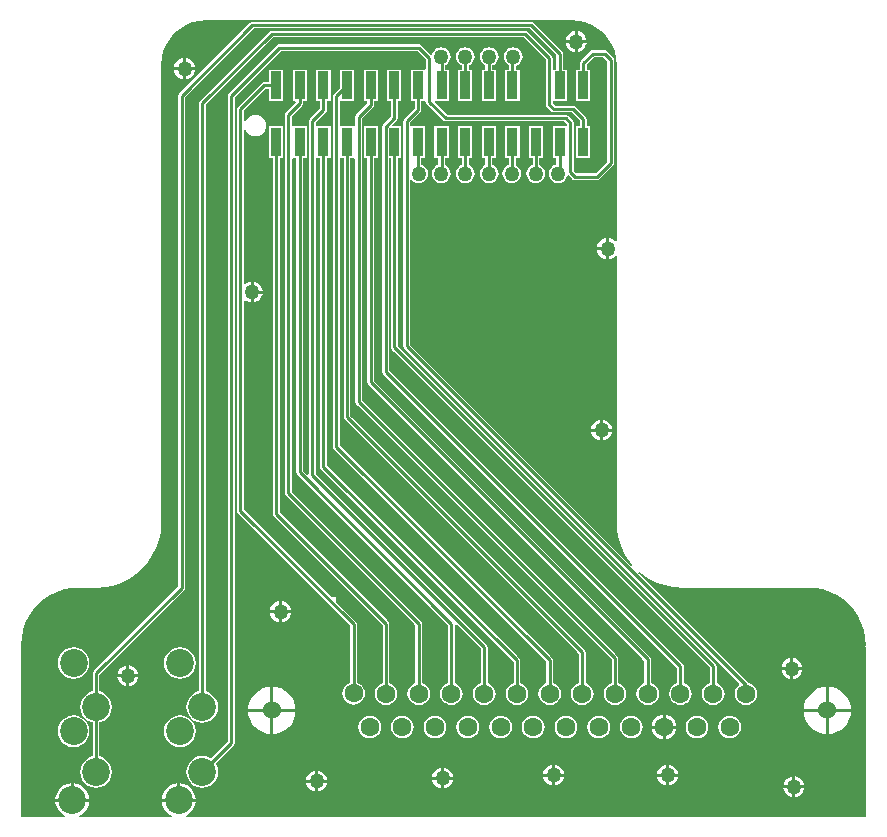
<source format=gbl>
G04 Layer_Physical_Order=2*
G04 Layer_Color=16711680*
%FSAX24Y24*%
%MOIN*%
G70*
G01*
G75*
%ADD10C,0.0100*%
%ADD11C,0.0630*%
%ADD12C,0.0600*%
%ADD13C,0.0929*%
%ADD14C,0.0500*%
%ADD15R,0.0354X0.0925*%
%ADD16R,0.0680X0.1400*%
G36*
X030573Y035920D02*
X030804Y035865D01*
X031024Y035774D01*
X031226Y035650D01*
X031407Y035496D01*
X031561Y035315D01*
X031685Y035113D01*
X031776Y034893D01*
X031831Y034663D01*
X031849Y034432D01*
X031848Y034426D01*
Y028576D01*
X031800Y028560D01*
X031793Y028570D01*
X031720Y028626D01*
X031635Y028661D01*
X031593Y028667D01*
Y028320D01*
Y027974D01*
X031635Y027979D01*
X031720Y028014D01*
X031793Y028070D01*
X031800Y028080D01*
X031848Y028064D01*
Y019262D01*
X031848Y019212D01*
X031845Y019174D01*
X031846Y019162D01*
X031863Y018893D01*
X031918Y018617D01*
X032009Y018351D01*
X032133Y018099D01*
X032290Y017865D01*
X032372Y017771D01*
X032335Y017736D01*
X024955Y025117D01*
Y030604D01*
X025005Y030621D01*
X025022Y030599D01*
X025087Y030549D01*
X025162Y030518D01*
X025243Y030507D01*
X025324Y030518D01*
X025399Y030549D01*
X025464Y030599D01*
X025514Y030664D01*
X025545Y030739D01*
X025556Y030820D01*
X025545Y030901D01*
X025514Y030976D01*
X025464Y031041D01*
X025399Y031091D01*
X025330Y031120D01*
Y031349D01*
X025455D01*
Y032395D01*
X024981D01*
X024955Y032434D01*
Y032524D01*
X025297Y032866D01*
X025297Y032866D01*
X025322Y032902D01*
X025330Y032945D01*
X025330Y032945D01*
Y033239D01*
X025438Y033239D01*
X025464Y033227D01*
X025485Y033201D01*
X025490Y033177D01*
X025514Y033141D01*
X026064Y032591D01*
X026064Y032591D01*
X026100Y032566D01*
X026143Y032558D01*
X030097D01*
X030181Y032474D01*
Y032444D01*
X030180Y032395D01*
X029705D01*
Y031349D01*
X029830D01*
Y031124D01*
X029812Y031122D01*
X029737Y031091D01*
X029672Y031041D01*
X029622Y030976D01*
X029591Y030901D01*
X029580Y030820D01*
X029591Y030739D01*
X029622Y030664D01*
X029672Y030599D01*
X029737Y030549D01*
X029812Y030518D01*
X029893Y030507D01*
X029974Y030518D01*
X030050Y030549D01*
X030114Y030599D01*
X030164Y030664D01*
X030195Y030739D01*
X030248Y030757D01*
X030364Y030641D01*
X030400Y030616D01*
X030443Y030608D01*
X030443Y030608D01*
X031193D01*
X031193Y030608D01*
X031236Y030616D01*
X031272Y030641D01*
X031722Y031091D01*
X031722Y031091D01*
X031747Y031127D01*
X031755Y031170D01*
X031755Y031170D01*
Y034620D01*
X031755Y034620D01*
X031747Y034663D01*
X031722Y034699D01*
X031722Y034699D01*
X031522Y034899D01*
X031486Y034924D01*
X031443Y034932D01*
X031443Y034932D01*
X031043D01*
X031043Y034932D01*
X031000Y034924D01*
X030964Y034899D01*
X030964Y034899D01*
X030650Y034586D01*
X030626Y034550D01*
X030618Y034507D01*
X030618Y034507D01*
Y034284D01*
X030493D01*
Y033239D01*
X030967D01*
Y034284D01*
X030842D01*
Y034460D01*
X031090Y034708D01*
X031397D01*
X031531Y034574D01*
Y031217D01*
X031147Y030832D01*
X030490D01*
X030405Y030917D01*
Y032520D01*
X030405Y032520D01*
X030397Y032563D01*
X030372Y032599D01*
X030222Y032749D01*
X030186Y032774D01*
X030143Y032782D01*
X030143Y032782D01*
X026190D01*
X025783Y033189D01*
X025803Y033239D01*
X026243D01*
Y034284D01*
X026118D01*
Y034436D01*
X026149Y034449D01*
X026214Y034499D01*
X026264Y034564D01*
X026295Y034639D01*
X026306Y034720D01*
X026295Y034801D01*
X026264Y034876D01*
X026214Y034941D01*
X026149Y034991D01*
X026074Y035022D01*
X025993Y035033D01*
X025912Y035022D01*
X025837Y034991D01*
X025772Y034941D01*
X025722Y034876D01*
X025691Y034801D01*
X025638Y034783D01*
X025322Y035099D01*
X025286Y035124D01*
X025243Y035132D01*
X025243Y035132D01*
X020593D01*
X020593Y035132D01*
X020550Y035124D01*
X020514Y035099D01*
X020514Y035099D01*
X018914Y033499D01*
X018890Y033463D01*
X018881Y033420D01*
X018881Y033420D01*
Y011890D01*
X018315Y011323D01*
X018295Y011338D01*
X018167Y011391D01*
X018030Y011409D01*
X017893Y011391D01*
X017766Y011338D01*
X017656Y011254D01*
X017572Y011145D01*
X017519Y011017D01*
X017501Y010880D01*
X017519Y010743D01*
X017572Y010616D01*
X017656Y010506D01*
X017766Y010422D01*
X017893Y010369D01*
X018030Y010351D01*
X018167Y010369D01*
X018295Y010422D01*
X018404Y010506D01*
X018488Y010616D01*
X018541Y010743D01*
X018559Y010880D01*
X018541Y011017D01*
X018488Y011145D01*
X018473Y011165D01*
X019072Y011764D01*
X019072Y011764D01*
X019097Y011800D01*
X019105Y011843D01*
X019105Y011843D01*
Y033374D01*
X020640Y034908D01*
X025197D01*
X025481Y034624D01*
Y034324D01*
X025455Y034284D01*
X025431Y034284D01*
X024981D01*
Y033239D01*
X025106D01*
Y032991D01*
X024764Y032649D01*
X024740Y032613D01*
X024731Y032570D01*
X024731Y032570D01*
Y025070D01*
X024731Y025070D01*
X024740Y025027D01*
X024764Y024991D01*
X035923Y013831D01*
X035920Y013781D01*
X035884Y013754D01*
X035824Y013675D01*
X035786Y013584D01*
X035773Y013486D01*
X035786Y013388D01*
X035824Y013297D01*
X035884Y013219D01*
X035962Y013159D01*
X036054Y013121D01*
X036152Y013108D01*
X036249Y013121D01*
X036341Y013159D01*
X036419Y013219D01*
X036479Y013297D01*
X036517Y013388D01*
X036530Y013486D01*
X036517Y013584D01*
X036479Y013675D01*
X036419Y013754D01*
X036341Y013814D01*
X036249Y013852D01*
X036216Y013856D01*
X032558Y017514D01*
X032593Y017550D01*
X032687Y017468D01*
X032921Y017311D01*
X033173Y017187D01*
X033439Y017096D01*
X033715Y017041D01*
X033918Y017028D01*
X033960Y017020D01*
X038247D01*
X038248Y017019D01*
X038248Y017019D01*
X038248Y017019D01*
X038465Y017005D01*
X038712Y016956D01*
X038951Y016875D01*
X039177Y016763D01*
X039386Y016624D01*
X039575Y016457D01*
X039742Y016268D01*
X039881Y016059D01*
X039993Y015833D01*
X040074Y015594D01*
X040123Y015347D01*
X040138Y015112D01*
X040137Y015062D01*
X040140Y015041D01*
X040143Y015012D01*
Y009370D01*
X017484D01*
X017474Y009420D01*
X017527Y009442D01*
X017645Y009533D01*
X017736Y009651D01*
X017793Y009788D01*
X017806Y009885D01*
X017243D01*
Y009935D01*
D01*
Y009885D01*
X016680D01*
X016693Y009788D01*
X016750Y009651D01*
X016840Y009533D01*
X016958Y009442D01*
X017011Y009420D01*
X017001Y009370D01*
X013941D01*
X013931Y009420D01*
X013984Y009442D01*
X014102Y009533D01*
X014193Y009651D01*
X014249Y009788D01*
X014262Y009885D01*
X013699D01*
X013137D01*
X013149Y009788D01*
X013206Y009651D01*
X013297Y009533D01*
X013415Y009442D01*
X013468Y009420D01*
X013458Y009370D01*
X011992D01*
Y015013D01*
X011993Y015062D01*
X011993Y015062D01*
D01*
X011992Y015112D01*
Y015120D01*
X012007Y015347D01*
X012056Y015594D01*
X012137Y015833D01*
X012249Y016059D01*
X012388Y016268D01*
X012554Y016457D01*
X012744Y016624D01*
X012953Y016763D01*
X013179Y016875D01*
X013418Y016956D01*
X013665Y017005D01*
X013877Y017019D01*
X013882Y017018D01*
X014418D01*
X014468Y017018D01*
X014506Y017015D01*
X014518Y017016D01*
X014787Y017033D01*
X015063Y017088D01*
X015329Y017179D01*
X015581Y017303D01*
X015815Y017460D01*
X016027Y017645D01*
X016212Y017857D01*
X016369Y018091D01*
X016493Y018343D01*
X016584Y018609D01*
X016638Y018885D01*
X016652Y019084D01*
X016654Y019087D01*
X016662Y019130D01*
Y034428D01*
X016661Y034435D01*
X016679Y034664D01*
X016734Y034895D01*
X016825Y035114D01*
X016949Y035316D01*
X017103Y035496D01*
X017283Y035650D01*
X017485Y035774D01*
X017704Y035865D01*
X017935Y035920D01*
X018165Y035938D01*
X018171Y035937D01*
X030337D01*
X030343Y035938D01*
X030573Y035920D01*
D02*
G37*
%LPC*%
G36*
X028993Y035882D02*
X028993Y035882D01*
X019693D01*
X019693Y035882D01*
X019650Y035874D01*
X019614Y035849D01*
X019614Y035849D01*
X017264Y033499D01*
X017240Y033463D01*
X017231Y033420D01*
X017231Y033420D01*
Y017067D01*
X014408Y014243D01*
X014383Y014207D01*
X014375Y014164D01*
X014375Y014164D01*
Y013560D01*
X014350Y013557D01*
X014222Y013504D01*
X014113Y013420D01*
X014029Y013310D01*
X013976Y013183D01*
X013958Y013046D01*
X013976Y012909D01*
X014029Y012781D01*
X014113Y012671D01*
X014222Y012587D01*
X014350Y012535D01*
X014375Y012531D01*
Y011395D01*
X014350Y011391D01*
X014222Y011338D01*
X014113Y011254D01*
X014029Y011145D01*
X013976Y011017D01*
X013958Y010880D01*
X013976Y010743D01*
X014029Y010616D01*
X014113Y010506D01*
X014222Y010422D01*
X014350Y010369D01*
X014487Y010351D01*
X014624Y010369D01*
X014751Y010422D01*
X014861Y010506D01*
X014945Y010616D01*
X014998Y010743D01*
X015016Y010880D01*
X014998Y011017D01*
X014945Y011145D01*
X014861Y011254D01*
X014751Y011338D01*
X014624Y011391D01*
X014599Y011395D01*
Y012531D01*
X014624Y012535D01*
X014751Y012587D01*
X014861Y012671D01*
X014945Y012781D01*
X014998Y012909D01*
X015016Y013046D01*
X014998Y013183D01*
X014945Y013310D01*
X014861Y013420D01*
X014751Y013504D01*
X014624Y013557D01*
X014599Y013560D01*
Y014117D01*
X017422Y016941D01*
X017422Y016941D01*
X017447Y016977D01*
X017455Y017020D01*
Y033374D01*
X019740Y035658D01*
X028947D01*
X029830Y034774D01*
Y034284D01*
X029705D01*
Y034670D01*
X029705Y034670D01*
X029697Y034713D01*
X029672Y034749D01*
X029672Y034749D01*
X028872Y035549D01*
X028836Y035574D01*
X028793Y035582D01*
X028793Y035582D01*
X020343D01*
X020343Y035582D01*
X020300Y035574D01*
X020264Y035549D01*
X017951Y033236D01*
X017927Y033200D01*
X017918Y033157D01*
X017918Y033157D01*
Y013560D01*
X017893Y013557D01*
X017766Y013504D01*
X017656Y013420D01*
X017572Y013310D01*
X017519Y013183D01*
X017501Y013046D01*
X017519Y012909D01*
X017572Y012781D01*
X017656Y012671D01*
X017766Y012587D01*
X017893Y012535D01*
X018030Y012516D01*
X018167Y012535D01*
X018295Y012587D01*
X018404Y012671D01*
X018488Y012781D01*
X018541Y012909D01*
X018559Y013046D01*
X018541Y013183D01*
X018488Y013310D01*
X018404Y013420D01*
X018295Y013504D01*
X018167Y013557D01*
X018142Y013560D01*
Y033111D01*
X020390Y035358D01*
X028747D01*
X029481Y034624D01*
Y034423D01*
X029431Y034389D01*
X028878D01*
X028832Y034370D01*
X028813Y034324D01*
Y033170D01*
X028832Y033124D01*
X028878Y033105D01*
X029431D01*
X029433Y033106D01*
X029490Y033077D01*
X029514Y033041D01*
X029664Y032891D01*
X029700Y032866D01*
X029743Y032858D01*
X029743Y032858D01*
X030347D01*
X030618Y032587D01*
Y032395D01*
X030493D01*
Y031349D01*
X030967D01*
Y032395D01*
X030842D01*
Y032633D01*
X030842Y032633D01*
X030833Y032676D01*
X030809Y032713D01*
X030809Y032713D01*
X030472Y033049D01*
X030436Y033074D01*
X030393Y033082D01*
X030393Y033082D01*
X029790D01*
X029705Y033167D01*
Y033239D01*
X030180D01*
Y034284D01*
X030055D01*
Y034821D01*
X030055Y034821D01*
X030046Y034864D01*
X030022Y034900D01*
X030022Y034900D01*
X029072Y035849D01*
X029036Y035874D01*
X028993Y035882D01*
D02*
G37*
G36*
X030543Y035567D02*
Y035270D01*
X030840D01*
X030834Y035311D01*
X030799Y035397D01*
X030743Y035470D01*
X030670Y035526D01*
X030585Y035561D01*
X030543Y035567D01*
D02*
G37*
G36*
X030443D02*
X030402Y035561D01*
X030317Y035526D01*
X030244Y035470D01*
X030187Y035397D01*
X030152Y035311D01*
X030147Y035270D01*
X030443D01*
Y035567D01*
D02*
G37*
G36*
X030840Y035170D02*
X030543D01*
Y034874D01*
X030585Y034879D01*
X030670Y034914D01*
X030743Y034970D01*
X030799Y035044D01*
X030834Y035129D01*
X030840Y035170D01*
D02*
G37*
G36*
X030443D02*
X030147D01*
X030152Y035129D01*
X030187Y035044D01*
X030244Y034970D01*
X030317Y034914D01*
X030402Y034879D01*
X030443Y034874D01*
Y035170D01*
D02*
G37*
G36*
X017493Y034667D02*
Y034370D01*
X017790D01*
X017784Y034411D01*
X017749Y034497D01*
X017693Y034570D01*
X017620Y034626D01*
X017535Y034661D01*
X017493Y034667D01*
D02*
G37*
G36*
X017393D02*
X017352Y034661D01*
X017267Y034626D01*
X017194Y034570D01*
X017137Y034497D01*
X017102Y034411D01*
X017097Y034370D01*
X017393D01*
Y034667D01*
D02*
G37*
G36*
X017790Y034270D02*
X017493D01*
Y033974D01*
X017535Y033979D01*
X017620Y034014D01*
X017693Y034070D01*
X017749Y034144D01*
X017784Y034229D01*
X017790Y034270D01*
D02*
G37*
G36*
X017393D02*
X017097D01*
X017102Y034229D01*
X017137Y034144D01*
X017194Y034070D01*
X017267Y034014D01*
X017352Y033979D01*
X017393Y033974D01*
Y034270D01*
D02*
G37*
G36*
X020731Y034284D02*
X020256D01*
Y033874D01*
X020095D01*
X020095Y033874D01*
X020052Y033865D01*
X020016Y033841D01*
X019224Y033049D01*
X019200Y033013D01*
X019191Y032970D01*
X019191Y032970D01*
Y019577D01*
X019191Y019577D01*
X019200Y019534D01*
X019224Y019498D01*
X022961Y015761D01*
Y013850D01*
X022884Y013818D01*
X022805Y013758D01*
X022745Y013679D01*
X022708Y013588D01*
X022695Y013490D01*
X022708Y013392D01*
X022745Y013301D01*
X022805Y013223D01*
X022884Y013163D01*
X022975Y013125D01*
X023073Y013112D01*
X023171Y013125D01*
X023262Y013163D01*
X023340Y013223D01*
X023400Y013301D01*
X023438Y013392D01*
X023451Y013490D01*
X023438Y013588D01*
X023400Y013679D01*
X023340Y013758D01*
X023262Y013818D01*
X023185Y013850D01*
Y015808D01*
X023176Y015850D01*
X023152Y015887D01*
X023152Y015887D01*
X022491Y016548D01*
X022478Y016595D01*
X022478D01*
X022478Y016595D01*
Y016715D01*
X022358D01*
X022358Y016715D01*
Y016715D01*
X022311Y016728D01*
X019415Y019624D01*
Y026579D01*
X019465Y026604D01*
X019517Y026564D01*
X019602Y026529D01*
X019643Y026524D01*
Y026870D01*
Y027217D01*
X019602Y027211D01*
X019517Y027176D01*
X019465Y027136D01*
X019415Y027161D01*
Y032350D01*
X019465Y032354D01*
X019468Y032333D01*
X019503Y032249D01*
X019558Y032177D01*
X019630Y032122D01*
X019714Y032087D01*
X019805Y032075D01*
X019895Y032087D01*
X019979Y032122D01*
X020051Y032177D01*
X020106Y032249D01*
X020141Y032333D01*
X020153Y032423D01*
X020141Y032513D01*
X020106Y032597D01*
X020051Y032670D01*
X019979Y032725D01*
X019895Y032760D01*
X019805Y032772D01*
X019714Y032760D01*
X019630Y032725D01*
X019558Y032670D01*
X019503Y032597D01*
X019468Y032513D01*
X019465Y032493D01*
X019415Y032496D01*
Y032924D01*
X020141Y033650D01*
X020256D01*
Y033239D01*
X020731D01*
Y034284D01*
D02*
G37*
G36*
X028393Y035033D02*
X028312Y035022D01*
X028237Y034991D01*
X028172Y034941D01*
X028122Y034876D01*
X028091Y034801D01*
X028080Y034720D01*
X028091Y034639D01*
X028122Y034564D01*
X028172Y034499D01*
X028237Y034449D01*
X028255Y034442D01*
Y034284D01*
X028130D01*
Y033239D01*
X028605D01*
Y034284D01*
X028480D01*
Y034420D01*
X028549Y034449D01*
X028614Y034499D01*
X028664Y034564D01*
X028695Y034639D01*
X028706Y034720D01*
X028695Y034801D01*
X028664Y034876D01*
X028614Y034941D01*
X028549Y034991D01*
X028474Y035022D01*
X028393Y035033D01*
D02*
G37*
G36*
X027593D02*
X027512Y035022D01*
X027437Y034991D01*
X027372Y034941D01*
X027322Y034876D01*
X027291Y034801D01*
X027280Y034720D01*
X027291Y034639D01*
X027322Y034564D01*
X027372Y034499D01*
X027437Y034449D01*
X027468Y034436D01*
Y034284D01*
X027343D01*
Y033239D01*
X027817D01*
Y034284D01*
X027692D01*
Y034426D01*
X027750Y034449D01*
X027814Y034499D01*
X027864Y034564D01*
X027895Y034639D01*
X027906Y034720D01*
X027895Y034801D01*
X027864Y034876D01*
X027814Y034941D01*
X027750Y034991D01*
X027674Y035022D01*
X027593Y035033D01*
D02*
G37*
G36*
X026793D02*
X026712Y035022D01*
X026637Y034991D01*
X026572Y034941D01*
X026522Y034876D01*
X026491Y034801D01*
X026480Y034720D01*
X026491Y034639D01*
X026522Y034564D01*
X026572Y034499D01*
X026637Y034449D01*
X026681Y034431D01*
Y034284D01*
X026556D01*
Y033239D01*
X027030D01*
Y034284D01*
X026905D01*
Y034431D01*
X026950Y034449D01*
X027014Y034499D01*
X027064Y034564D01*
X027095Y034639D01*
X027106Y034720D01*
X027095Y034801D01*
X027064Y034876D01*
X027014Y034941D01*
X026950Y034991D01*
X026874Y035022D01*
X026793Y035033D01*
D02*
G37*
G36*
X023880Y034284D02*
X023406D01*
Y033239D01*
X023531D01*
Y033167D01*
X023164Y032799D01*
X023140Y032763D01*
X023131Y032720D01*
X023131Y032720D01*
Y032423D01*
X023093Y032395D01*
X023081Y032395D01*
X022619Y032395D01*
X022605Y032439D01*
Y033195D01*
X022619Y033239D01*
X023093D01*
Y034284D01*
X022619D01*
Y033683D01*
X022414Y033479D01*
X022390Y033442D01*
X022381Y033399D01*
X022381Y033399D01*
Y021720D01*
X022381Y021720D01*
X022390Y021677D01*
X022414Y021641D01*
X029496Y014559D01*
Y013846D01*
X029419Y013814D01*
X029341Y013754D01*
X029281Y013675D01*
X029243Y013584D01*
X029230Y013486D01*
X029243Y013388D01*
X029281Y013297D01*
X029341Y013219D01*
X029419Y013159D01*
X029510Y013121D01*
X029608Y013108D01*
X029706Y013121D01*
X029797Y013159D01*
X029876Y013219D01*
X029936Y013297D01*
X029974Y013388D01*
X029986Y013486D01*
X029974Y013584D01*
X029936Y013675D01*
X029876Y013754D01*
X029797Y013814D01*
X029720Y013846D01*
Y014605D01*
X029720Y014605D01*
X029712Y014648D01*
X029688Y014684D01*
X029688Y014684D01*
X022605Y021767D01*
Y031305D01*
X022619Y031349D01*
X022655Y031349D01*
X022744D01*
Y022708D01*
X022744Y022708D01*
X022752Y022665D01*
X022776Y022628D01*
X030587Y014818D01*
Y013846D01*
X030510Y013814D01*
X030431Y013754D01*
X030371Y013675D01*
X030333Y013584D01*
X030321Y013486D01*
X030333Y013388D01*
X030371Y013297D01*
X030431Y013219D01*
X030510Y013159D01*
X030601Y013121D01*
X030699Y013108D01*
X030797Y013121D01*
X030888Y013159D01*
X030966Y013219D01*
X031026Y013297D01*
X031064Y013388D01*
X031077Y013486D01*
X031064Y013584D01*
X031026Y013675D01*
X030966Y013754D01*
X030888Y013814D01*
X030811Y013846D01*
Y014864D01*
X030811Y014864D01*
X030802Y014907D01*
X030778Y014944D01*
X022968Y022754D01*
Y031349D01*
X023081D01*
X023093Y031349D01*
X023131Y031321D01*
Y023220D01*
X023131Y023220D01*
X023140Y023177D01*
X023164Y023141D01*
X031677Y014627D01*
Y013846D01*
X031600Y013814D01*
X031522Y013754D01*
X031462Y013675D01*
X031424Y013584D01*
X031411Y013486D01*
X031424Y013388D01*
X031462Y013297D01*
X031522Y013219D01*
X031600Y013159D01*
X031691Y013121D01*
X031789Y013108D01*
X031887Y013121D01*
X031978Y013159D01*
X032057Y013219D01*
X032117Y013297D01*
X032155Y013388D01*
X032168Y013486D01*
X032155Y013584D01*
X032117Y013675D01*
X032057Y013754D01*
X031978Y013814D01*
X031902Y013846D01*
Y014674D01*
X031902Y014674D01*
X031893Y014717D01*
X031869Y014753D01*
X023355Y023267D01*
Y032674D01*
X023722Y033041D01*
X023722Y033041D01*
X023747Y033077D01*
X023755Y033120D01*
X023755Y033120D01*
Y033239D01*
X023880D01*
Y034284D01*
D02*
G37*
G36*
X029392Y032395D02*
X028918D01*
Y031349D01*
X029043D01*
Y031114D01*
X028987Y031091D01*
X028922Y031041D01*
X028872Y030976D01*
X028841Y030901D01*
X028830Y030820D01*
X028841Y030739D01*
X028872Y030664D01*
X028922Y030599D01*
X028987Y030549D01*
X029062Y030518D01*
X029143Y030507D01*
X029224Y030518D01*
X029299Y030549D01*
X029364Y030599D01*
X029414Y030664D01*
X029445Y030739D01*
X029456Y030820D01*
X029445Y030901D01*
X029414Y030976D01*
X029364Y031041D01*
X029299Y031091D01*
X029267Y031104D01*
Y031349D01*
X029392D01*
Y032395D01*
D02*
G37*
G36*
X028605D02*
X028130D01*
Y031349D01*
X028255D01*
Y031119D01*
X028187Y031091D01*
X028122Y031041D01*
X028072Y030976D01*
X028041Y030901D01*
X028030Y030820D01*
X028041Y030739D01*
X028072Y030664D01*
X028122Y030599D01*
X028187Y030549D01*
X028262Y030518D01*
X028343Y030507D01*
X028424Y030518D01*
X028500Y030549D01*
X028564Y030599D01*
X028614Y030664D01*
X028645Y030739D01*
X028656Y030820D01*
X028645Y030901D01*
X028614Y030976D01*
X028564Y031041D01*
X028500Y031091D01*
X028480Y031099D01*
Y031349D01*
X028605D01*
Y032395D01*
D02*
G37*
G36*
X027817D02*
X027343D01*
Y031349D01*
X027468D01*
Y031104D01*
X027437Y031091D01*
X027372Y031041D01*
X027322Y030976D01*
X027291Y030901D01*
X027280Y030820D01*
X027291Y030739D01*
X027322Y030664D01*
X027372Y030599D01*
X027437Y030549D01*
X027512Y030518D01*
X027593Y030507D01*
X027674Y030518D01*
X027750Y030549D01*
X027814Y030599D01*
X027864Y030664D01*
X027895Y030739D01*
X027906Y030820D01*
X027895Y030901D01*
X027864Y030976D01*
X027814Y031041D01*
X027750Y031091D01*
X027692Y031115D01*
Y031349D01*
X027817D01*
Y032395D01*
D02*
G37*
G36*
X027030D02*
X026556D01*
Y031349D01*
X026681D01*
Y031109D01*
X026637Y031091D01*
X026572Y031041D01*
X026522Y030976D01*
X026491Y030901D01*
X026480Y030820D01*
X026491Y030739D01*
X026522Y030664D01*
X026572Y030599D01*
X026637Y030549D01*
X026712Y030518D01*
X026793Y030507D01*
X026874Y030518D01*
X026950Y030549D01*
X027014Y030599D01*
X027064Y030664D01*
X027095Y030739D01*
X027106Y030820D01*
X027095Y030901D01*
X027064Y030976D01*
X027014Y031041D01*
X026950Y031091D01*
X026905Y031109D01*
Y031349D01*
X027030D01*
Y032395D01*
D02*
G37*
G36*
X026243D02*
X025768D01*
Y031349D01*
X025893D01*
Y031114D01*
X025837Y031091D01*
X025772Y031041D01*
X025722Y030976D01*
X025691Y030901D01*
X025680Y030820D01*
X025691Y030739D01*
X025722Y030664D01*
X025772Y030599D01*
X025837Y030549D01*
X025912Y030518D01*
X025993Y030507D01*
X026074Y030518D01*
X026149Y030549D01*
X026214Y030599D01*
X026264Y030664D01*
X026295Y030739D01*
X026306Y030820D01*
X026295Y030901D01*
X026264Y030976D01*
X026214Y031041D01*
X026149Y031091D01*
X026118Y031104D01*
Y031349D01*
X026243D01*
Y032395D01*
D02*
G37*
G36*
X031493Y028667D02*
X031452Y028661D01*
X031367Y028626D01*
X031294Y028570D01*
X031237Y028497D01*
X031202Y028411D01*
X031197Y028370D01*
X031493D01*
Y028667D01*
D02*
G37*
G36*
Y028270D02*
X031197D01*
X031202Y028229D01*
X031237Y028144D01*
X031294Y028070D01*
X031367Y028014D01*
X031452Y027979D01*
X031493Y027974D01*
Y028270D01*
D02*
G37*
G36*
X019743Y027217D02*
Y026920D01*
X020040D01*
X020034Y026961D01*
X019999Y027047D01*
X019943Y027120D01*
X019870Y027176D01*
X019785Y027211D01*
X019743Y027217D01*
D02*
G37*
G36*
X020040Y026820D02*
X019743D01*
Y026524D01*
X019785Y026529D01*
X019870Y026564D01*
X019943Y026620D01*
X019999Y026694D01*
X020034Y026779D01*
X020040Y026820D01*
D02*
G37*
G36*
X031393Y022617D02*
Y022320D01*
X031690D01*
X031684Y022361D01*
X031649Y022447D01*
X031593Y022520D01*
X031520Y022576D01*
X031435Y022611D01*
X031393Y022617D01*
D02*
G37*
G36*
X031293D02*
X031252Y022611D01*
X031167Y022576D01*
X031094Y022520D01*
X031037Y022447D01*
X031002Y022361D01*
X030997Y022320D01*
X031293D01*
Y022617D01*
D02*
G37*
G36*
X031690Y022220D02*
X031393D01*
Y021924D01*
X031435Y021929D01*
X031520Y021964D01*
X031593Y022020D01*
X031649Y022094D01*
X031684Y022179D01*
X031690Y022220D01*
D02*
G37*
G36*
X031293D02*
X030997D01*
X031002Y022179D01*
X031037Y022094D01*
X031094Y022020D01*
X031167Y021964D01*
X031252Y021929D01*
X031293Y021924D01*
Y022220D01*
D02*
G37*
G36*
X022306Y034284D02*
X021831D01*
Y033239D01*
X021956D01*
Y032992D01*
X021614Y032649D01*
X021590Y032613D01*
X021581Y032570D01*
X021581Y032570D01*
Y020800D01*
X021531Y020780D01*
X021393Y020918D01*
Y031349D01*
X021518D01*
Y032395D01*
X021055D01*
X021044Y032395D01*
X021005Y032422D01*
Y032732D01*
X021360Y033087D01*
X021360Y033087D01*
X021385Y033124D01*
X021393Y033166D01*
Y033239D01*
X021518D01*
Y034284D01*
X021044D01*
Y033239D01*
X021124D01*
X021145Y033189D01*
X020814Y032858D01*
X020790Y032822D01*
X020781Y032779D01*
X020781Y032779D01*
Y020168D01*
X020781Y020168D01*
X020790Y020125D01*
X020814Y020089D01*
X025134Y015769D01*
Y013846D01*
X025057Y013814D01*
X024979Y013754D01*
X024919Y013675D01*
X024881Y013584D01*
X024868Y013486D01*
X024881Y013388D01*
X024919Y013297D01*
X024979Y013219D01*
X025057Y013159D01*
X025148Y013121D01*
X025246Y013108D01*
X025344Y013121D01*
X025435Y013159D01*
X025513Y013219D01*
X025574Y013297D01*
X025611Y013388D01*
X025624Y013486D01*
X025611Y013584D01*
X025574Y013675D01*
X025513Y013754D01*
X025435Y013814D01*
X025358Y013846D01*
Y015815D01*
X025358Y015815D01*
X025350Y015858D01*
X025325Y015895D01*
X025325Y015895D01*
X021005Y020215D01*
Y031322D01*
X021044Y031349D01*
X021055Y031349D01*
X021169D01*
Y020871D01*
X021169Y020871D01*
X021177Y020828D01*
X021202Y020792D01*
X026224Y015769D01*
Y013846D01*
X026147Y013814D01*
X026069Y013754D01*
X026009Y013675D01*
X025971Y013584D01*
X025958Y013486D01*
X025971Y013388D01*
X026009Y013297D01*
X026069Y013219D01*
X026147Y013159D01*
X026239Y013121D01*
X026337Y013108D01*
X026434Y013121D01*
X026526Y013159D01*
X026604Y013219D01*
X026664Y013297D01*
X026702Y013388D01*
X026715Y013486D01*
X026702Y013584D01*
X026664Y013675D01*
X026604Y013754D01*
X026526Y013814D01*
X026449Y013846D01*
Y015785D01*
X026499Y015806D01*
X027315Y014990D01*
Y013846D01*
X027238Y013814D01*
X027160Y013754D01*
X027100Y013675D01*
X027062Y013584D01*
X027049Y013486D01*
X027062Y013388D01*
X027100Y013297D01*
X027160Y013219D01*
X027238Y013159D01*
X027329Y013121D01*
X027427Y013108D01*
X027525Y013121D01*
X027616Y013159D01*
X027695Y013219D01*
X027755Y013297D01*
X027792Y013388D01*
X027805Y013486D01*
X027792Y013584D01*
X027755Y013675D01*
X027695Y013754D01*
X027616Y013814D01*
X027539Y013846D01*
Y015036D01*
X027539Y015036D01*
X027531Y015079D01*
X027506Y015115D01*
X021805Y020817D01*
Y031310D01*
X021831Y031349D01*
X021855Y031349D01*
X021956D01*
Y021045D01*
X021956Y021045D01*
X021965Y021002D01*
X021989Y020966D01*
X028406Y014549D01*
Y013846D01*
X028329Y013814D01*
X028250Y013754D01*
X028190Y013675D01*
X028152Y013584D01*
X028140Y013486D01*
X028152Y013388D01*
X028190Y013297D01*
X028250Y013219D01*
X028329Y013159D01*
X028420Y013121D01*
X028518Y013108D01*
X028616Y013121D01*
X028707Y013159D01*
X028785Y013219D01*
X028845Y013297D01*
X028883Y013388D01*
X028896Y013486D01*
X028883Y013584D01*
X028845Y013675D01*
X028785Y013754D01*
X028707Y013814D01*
X028630Y013846D01*
Y014596D01*
X028630Y014596D01*
X028621Y014638D01*
X028597Y014675D01*
X028597Y014675D01*
X022181Y021091D01*
Y031349D01*
X022306D01*
Y032395D01*
X021855D01*
X021831Y032395D01*
X021805Y032434D01*
Y032524D01*
X022148Y032866D01*
X022148Y032866D01*
X022172Y032902D01*
X022181Y032945D01*
Y033239D01*
X022306D01*
Y034284D01*
D02*
G37*
G36*
X020693Y016567D02*
Y016270D01*
X020990D01*
X020984Y016311D01*
X020949Y016397D01*
X020893Y016470D01*
X020820Y016526D01*
X020735Y016561D01*
X020693Y016567D01*
D02*
G37*
G36*
X020593D02*
X020552Y016561D01*
X020467Y016526D01*
X020394Y016470D01*
X020337Y016397D01*
X020302Y016311D01*
X020297Y016270D01*
X020593D01*
Y016567D01*
D02*
G37*
G36*
X020990Y016170D02*
X020693D01*
Y015874D01*
X020735Y015879D01*
X020820Y015914D01*
X020893Y015970D01*
X020949Y016044D01*
X020984Y016129D01*
X020990Y016170D01*
D02*
G37*
G36*
X020593D02*
X020297D01*
X020302Y016129D01*
X020337Y016044D01*
X020394Y015970D01*
X020467Y015914D01*
X020552Y015879D01*
X020593Y015874D01*
Y016170D01*
D02*
G37*
G36*
X037736Y014666D02*
Y014370D01*
X038032D01*
X038027Y014411D01*
X037992Y014496D01*
X037936Y014569D01*
X037862Y014625D01*
X037777Y014661D01*
X037736Y014666D01*
D02*
G37*
G36*
X037636D02*
X037595Y014661D01*
X037509Y014625D01*
X037436Y014569D01*
X037380Y014496D01*
X037345Y014411D01*
X037339Y014370D01*
X037636D01*
Y014666D01*
D02*
G37*
G36*
X015600Y014426D02*
Y014130D01*
X015896D01*
X015891Y014171D01*
X015856Y014256D01*
X015800Y014330D01*
X015726Y014386D01*
X015641Y014421D01*
X015600Y014426D01*
D02*
G37*
G36*
X015500D02*
X015459Y014421D01*
X015373Y014386D01*
X015300Y014330D01*
X015244Y014256D01*
X015209Y014171D01*
X015204Y014130D01*
X015500D01*
Y014426D01*
D02*
G37*
G36*
X038032Y014270D02*
X037736D01*
Y013973D01*
X037777Y013979D01*
X037862Y014014D01*
X037936Y014070D01*
X037992Y014143D01*
X038027Y014228D01*
X038032Y014270D01*
D02*
G37*
G36*
X037636D02*
X037339D01*
X037345Y014228D01*
X037380Y014143D01*
X037436Y014070D01*
X037509Y014014D01*
X037595Y013979D01*
X037636Y013973D01*
Y014270D01*
D02*
G37*
G36*
X017282Y015031D02*
X017145Y015013D01*
X017018Y014960D01*
X016908Y014876D01*
X016824Y014767D01*
X016771Y014639D01*
X016753Y014502D01*
X016771Y014365D01*
X016824Y014238D01*
X016908Y014128D01*
X017018Y014044D01*
X017145Y013991D01*
X017282Y013973D01*
X017419Y013991D01*
X017547Y014044D01*
X017656Y014128D01*
X017740Y014238D01*
X017793Y014365D01*
X017811Y014502D01*
X017793Y014639D01*
X017740Y014767D01*
X017656Y014876D01*
X017547Y014960D01*
X017419Y015013D01*
X017282Y015031D01*
D02*
G37*
G36*
X013739D02*
X013602Y015013D01*
X013474Y014960D01*
X013365Y014876D01*
X013281Y014767D01*
X013228Y014639D01*
X013210Y014502D01*
X013228Y014365D01*
X013281Y014238D01*
X013365Y014128D01*
X013474Y014044D01*
X013602Y013991D01*
X013739Y013973D01*
X013876Y013991D01*
X014003Y014044D01*
X014113Y014128D01*
X014197Y014238D01*
X014250Y014365D01*
X014268Y014502D01*
X014250Y014639D01*
X014197Y014767D01*
X014113Y014876D01*
X014003Y014960D01*
X013876Y015013D01*
X013739Y015031D01*
D02*
G37*
G36*
X015896Y014030D02*
X015600D01*
Y013734D01*
X015641Y013739D01*
X015726Y013774D01*
X015800Y013830D01*
X015856Y013903D01*
X015891Y013989D01*
X015896Y014030D01*
D02*
G37*
G36*
X015500D02*
X015204D01*
X015209Y013989D01*
X015244Y013903D01*
X015300Y013830D01*
X015373Y013774D01*
X015459Y013739D01*
X015500Y013734D01*
Y014030D01*
D02*
G37*
G36*
X024668Y034284D02*
X024193D01*
Y033239D01*
X024318D01*
Y032714D01*
X024064Y032460D01*
X024040Y032423D01*
X024031Y032380D01*
X024031Y032380D01*
Y024220D01*
X024031Y024220D01*
X024040Y024177D01*
X024064Y024141D01*
X033858Y014346D01*
Y013846D01*
X033781Y013814D01*
X033703Y013754D01*
X033643Y013675D01*
X033605Y013584D01*
X033592Y013486D01*
X033605Y013388D01*
X033643Y013297D01*
X033703Y013219D01*
X033781Y013159D01*
X033873Y013121D01*
X033970Y013108D01*
X034068Y013121D01*
X034160Y013159D01*
X034238Y013219D01*
X034298Y013297D01*
X034336Y013388D01*
X034349Y013486D01*
X034336Y013584D01*
X034298Y013675D01*
X034238Y013754D01*
X034160Y013814D01*
X034083Y013846D01*
Y014393D01*
X034083Y014393D01*
X034074Y014436D01*
X034050Y014472D01*
X034050Y014472D01*
X024256Y024266D01*
Y031349D01*
X024318D01*
Y025033D01*
X024318Y025033D01*
X024327Y024990D01*
X024351Y024953D01*
X034949Y014356D01*
Y013846D01*
X034872Y013814D01*
X034794Y013754D01*
X034733Y013675D01*
X034696Y013584D01*
X034683Y013486D01*
X034696Y013388D01*
X034733Y013297D01*
X034794Y013219D01*
X034872Y013159D01*
X034963Y013121D01*
X035061Y013108D01*
X035159Y013121D01*
X035250Y013159D01*
X035328Y013219D01*
X035389Y013297D01*
X035426Y013388D01*
X035439Y013486D01*
X035426Y013584D01*
X035389Y013675D01*
X035328Y013754D01*
X035250Y013814D01*
X035173Y013846D01*
Y014402D01*
X035165Y014445D01*
X035140Y014482D01*
X035140Y014482D01*
X024543Y025079D01*
Y031349D01*
X024668D01*
Y032395D01*
X024382D01*
X024363Y032441D01*
X024510Y032588D01*
X024534Y032624D01*
X024543Y032667D01*
X024543Y032667D01*
Y033239D01*
X024668D01*
Y034284D01*
D02*
G37*
G36*
X023880Y032395D02*
X023406D01*
Y031349D01*
X023531D01*
Y023870D01*
X023531Y023870D01*
X023540Y023827D01*
X023564Y023791D01*
X032768Y014587D01*
Y013846D01*
X032691Y013814D01*
X032612Y013754D01*
X032552Y013675D01*
X032515Y013584D01*
X032502Y013486D01*
X032515Y013388D01*
X032552Y013297D01*
X032612Y013219D01*
X032691Y013159D01*
X032782Y013121D01*
X032880Y013108D01*
X032978Y013121D01*
X033069Y013159D01*
X033147Y013219D01*
X033207Y013297D01*
X033245Y013388D01*
X033258Y013486D01*
X033245Y013584D01*
X033207Y013675D01*
X033147Y013754D01*
X033069Y013814D01*
X032992Y013846D01*
Y014633D01*
X032984Y014676D01*
X032959Y014713D01*
X032959Y014713D01*
X023755Y023917D01*
Y031349D01*
X023880D01*
Y032395D01*
D02*
G37*
G36*
X020731D02*
X020256D01*
Y031349D01*
X020381D01*
Y019477D01*
X020381Y019477D01*
X020390Y019434D01*
X020414Y019398D01*
X024043Y015769D01*
Y013846D01*
X023966Y013814D01*
X023888Y013754D01*
X023828Y013675D01*
X023790Y013584D01*
X023777Y013486D01*
X023790Y013388D01*
X023828Y013297D01*
X023888Y013219D01*
X023966Y013159D01*
X024058Y013121D01*
X024155Y013108D01*
X024253Y013121D01*
X024345Y013159D01*
X024423Y013219D01*
X024483Y013297D01*
X024521Y013388D01*
X024534Y013486D01*
X024521Y013584D01*
X024483Y013675D01*
X024423Y013754D01*
X024345Y013814D01*
X024268Y013846D01*
Y015815D01*
X024268Y015815D01*
X024259Y015858D01*
X024235Y015895D01*
X024235Y015895D01*
X020606Y019524D01*
Y031349D01*
X020731D01*
Y032395D01*
D02*
G37*
G36*
X020398Y013715D02*
Y012977D01*
X021136D01*
X021126Y013082D01*
X021081Y013231D01*
X021008Y013368D01*
X020909Y013488D01*
X020789Y013586D01*
X020652Y013660D01*
X020503Y013705D01*
X020398Y013715D01*
D02*
G37*
G36*
X038918Y013715D02*
Y012977D01*
X039656D01*
X039646Y013082D01*
X039601Y013231D01*
X039527Y013368D01*
X039429Y013488D01*
X039309Y013586D01*
X039171Y013660D01*
X039023Y013705D01*
X038918Y013715D01*
D02*
G37*
G36*
X038818D02*
X038713Y013705D01*
X038565Y013660D01*
X038428Y013586D01*
X038307Y013488D01*
X038209Y013368D01*
X038136Y013231D01*
X038091Y013082D01*
X038080Y012977D01*
X038818D01*
Y013715D01*
D02*
G37*
G36*
X020298D02*
X020194Y013705D01*
X020045Y013660D01*
X019908Y013586D01*
X019788Y013488D01*
X019689Y013368D01*
X019616Y013231D01*
X019571Y013082D01*
X019561Y012977D01*
X020298D01*
Y013715D01*
D02*
G37*
G36*
X033475Y012780D02*
Y012418D01*
X033837D01*
X033829Y012477D01*
X033788Y012577D01*
X033721Y012664D01*
X033634Y012731D01*
X033534Y012772D01*
X033475Y012780D01*
D02*
G37*
G36*
X033375Y012780D02*
X033317Y012772D01*
X033216Y012731D01*
X033129Y012664D01*
X033063Y012577D01*
X033021Y012477D01*
X033013Y012418D01*
X033375D01*
Y012780D01*
D02*
G37*
G36*
X021136Y012877D02*
X020398D01*
Y012139D01*
X020503Y012150D01*
X020652Y012195D01*
X020789Y012268D01*
X020909Y012367D01*
X021008Y012487D01*
X021081Y012624D01*
X021126Y012773D01*
X021136Y012877D01*
D02*
G37*
G36*
X039656D02*
X038918D01*
Y012139D01*
X039023Y012150D01*
X039171Y012195D01*
X039309Y012268D01*
X039429Y012367D01*
X039527Y012487D01*
X039601Y012624D01*
X039646Y012773D01*
X039656Y012877D01*
D02*
G37*
G36*
X038818D02*
X038080D01*
X038091Y012773D01*
X038136Y012624D01*
X038209Y012487D01*
X038307Y012367D01*
X038428Y012268D01*
X038565Y012195D01*
X038713Y012150D01*
X038818Y012139D01*
Y012877D01*
D02*
G37*
G36*
X020298D02*
X019561D01*
X019571Y012773D01*
X019616Y012624D01*
X019689Y012487D01*
X019788Y012367D01*
X019908Y012268D01*
X020045Y012195D01*
X020194Y012150D01*
X020298Y012139D01*
Y012877D01*
D02*
G37*
G36*
X035606Y012746D02*
X035508Y012733D01*
X035417Y012696D01*
X035339Y012636D01*
X035279Y012557D01*
X035241Y012466D01*
X035228Y012368D01*
X035241Y012270D01*
X035279Y012179D01*
X035339Y012101D01*
X035417Y012041D01*
X035508Y012003D01*
X035606Y011990D01*
X035704Y012003D01*
X035795Y012041D01*
X035874Y012101D01*
X035934Y012179D01*
X035972Y012270D01*
X035984Y012368D01*
X035972Y012466D01*
X035934Y012557D01*
X035874Y012636D01*
X035795Y012696D01*
X035704Y012733D01*
X035606Y012746D01*
D02*
G37*
G36*
X034516D02*
X034418Y012733D01*
X034327Y012696D01*
X034248Y012636D01*
X034188Y012557D01*
X034150Y012466D01*
X034138Y012368D01*
X034150Y012270D01*
X034188Y012179D01*
X034248Y012101D01*
X034327Y012041D01*
X034418Y012003D01*
X034516Y011990D01*
X034614Y012003D01*
X034705Y012041D01*
X034783Y012101D01*
X034843Y012179D01*
X034881Y012270D01*
X034894Y012368D01*
X034881Y012466D01*
X034843Y012557D01*
X034783Y012636D01*
X034705Y012696D01*
X034614Y012733D01*
X034516Y012746D01*
D02*
G37*
G36*
X032335D02*
X032237Y012733D01*
X032146Y012696D01*
X032067Y012636D01*
X032007Y012557D01*
X031969Y012466D01*
X031956Y012368D01*
X031969Y012270D01*
X032007Y012179D01*
X032067Y012101D01*
X032146Y012041D01*
X032237Y012003D01*
X032335Y011990D01*
X032433Y012003D01*
X032524Y012041D01*
X032602Y012101D01*
X032662Y012179D01*
X032700Y012270D01*
X032713Y012368D01*
X032700Y012466D01*
X032662Y012557D01*
X032602Y012636D01*
X032524Y012696D01*
X032433Y012733D01*
X032335Y012746D01*
D02*
G37*
G36*
X031244D02*
X031146Y012733D01*
X031055Y012696D01*
X030977Y012636D01*
X030917Y012557D01*
X030879Y012466D01*
X030866Y012368D01*
X030879Y012270D01*
X030917Y012179D01*
X030977Y012101D01*
X031055Y012041D01*
X031146Y012003D01*
X031244Y011990D01*
X031342Y012003D01*
X031433Y012041D01*
X031511Y012101D01*
X031572Y012179D01*
X031609Y012270D01*
X031622Y012368D01*
X031609Y012466D01*
X031572Y012557D01*
X031511Y012636D01*
X031433Y012696D01*
X031342Y012733D01*
X031244Y012746D01*
D02*
G37*
G36*
X030154D02*
X030056Y012733D01*
X029964Y012696D01*
X029886Y012636D01*
X029826Y012557D01*
X029788Y012466D01*
X029775Y012368D01*
X029788Y012270D01*
X029826Y012179D01*
X029886Y012101D01*
X029964Y012041D01*
X030056Y012003D01*
X030154Y011990D01*
X030251Y012003D01*
X030343Y012041D01*
X030421Y012101D01*
X030481Y012179D01*
X030519Y012270D01*
X030532Y012368D01*
X030519Y012466D01*
X030481Y012557D01*
X030421Y012636D01*
X030343Y012696D01*
X030251Y012733D01*
X030154Y012746D01*
D02*
G37*
G36*
X029063D02*
X028965Y012733D01*
X028874Y012696D01*
X028796Y012636D01*
X028735Y012557D01*
X028698Y012466D01*
X028685Y012368D01*
X028698Y012270D01*
X028735Y012179D01*
X028796Y012101D01*
X028874Y012041D01*
X028965Y012003D01*
X029063Y011990D01*
X029161Y012003D01*
X029252Y012041D01*
X029330Y012101D01*
X029390Y012179D01*
X029428Y012270D01*
X029441Y012368D01*
X029428Y012466D01*
X029390Y012557D01*
X029330Y012636D01*
X029252Y012696D01*
X029161Y012733D01*
X029063Y012746D01*
D02*
G37*
G36*
X027972D02*
X027875Y012733D01*
X027783Y012696D01*
X027705Y012636D01*
X027645Y012557D01*
X027607Y012466D01*
X027594Y012368D01*
X027607Y012270D01*
X027645Y012179D01*
X027705Y012101D01*
X027783Y012041D01*
X027875Y012003D01*
X027972Y011990D01*
X028070Y012003D01*
X028162Y012041D01*
X028240Y012101D01*
X028300Y012179D01*
X028338Y012270D01*
X028351Y012368D01*
X028338Y012466D01*
X028300Y012557D01*
X028240Y012636D01*
X028162Y012696D01*
X028070Y012733D01*
X027972Y012746D01*
D02*
G37*
G36*
X026882D02*
X026784Y012733D01*
X026693Y012696D01*
X026614Y012636D01*
X026554Y012557D01*
X026517Y012466D01*
X026504Y012368D01*
X026517Y012270D01*
X026554Y012179D01*
X026614Y012101D01*
X026693Y012041D01*
X026784Y012003D01*
X026882Y011990D01*
X026980Y012003D01*
X027071Y012041D01*
X027149Y012101D01*
X027209Y012179D01*
X027247Y012270D01*
X027260Y012368D01*
X027247Y012466D01*
X027209Y012557D01*
X027149Y012636D01*
X027071Y012696D01*
X026980Y012733D01*
X026882Y012746D01*
D02*
G37*
G36*
X025791D02*
X025693Y012733D01*
X025602Y012696D01*
X025524Y012636D01*
X025464Y012557D01*
X025426Y012466D01*
X025413Y012368D01*
X025426Y012270D01*
X025464Y012179D01*
X025524Y012101D01*
X025602Y012041D01*
X025693Y012003D01*
X025791Y011990D01*
X025889Y012003D01*
X025980Y012041D01*
X026059Y012101D01*
X026119Y012179D01*
X026157Y012270D01*
X026170Y012368D01*
X026157Y012466D01*
X026119Y012557D01*
X026059Y012636D01*
X025980Y012696D01*
X025889Y012733D01*
X025791Y012746D01*
D02*
G37*
G36*
X024701D02*
X024603Y012733D01*
X024512Y012696D01*
X024433Y012636D01*
X024373Y012557D01*
X024335Y012466D01*
X024323Y012368D01*
X024335Y012270D01*
X024373Y012179D01*
X024433Y012101D01*
X024512Y012041D01*
X024603Y012003D01*
X024701Y011990D01*
X024799Y012003D01*
X024890Y012041D01*
X024968Y012101D01*
X025028Y012179D01*
X025066Y012270D01*
X025079Y012368D01*
X025066Y012466D01*
X025028Y012557D01*
X024968Y012636D01*
X024890Y012696D01*
X024799Y012733D01*
X024701Y012746D01*
D02*
G37*
G36*
X023610D02*
X023512Y012733D01*
X023421Y012696D01*
X023343Y012636D01*
X023283Y012557D01*
X023245Y012466D01*
X023232Y012368D01*
X023245Y012270D01*
X023283Y012179D01*
X023343Y012101D01*
X023421Y012041D01*
X023512Y012003D01*
X023610Y011990D01*
X023708Y012003D01*
X023799Y012041D01*
X023878Y012101D01*
X023938Y012179D01*
X023976Y012270D01*
X023988Y012368D01*
X023976Y012466D01*
X023938Y012557D01*
X023878Y012636D01*
X023799Y012696D01*
X023708Y012733D01*
X023610Y012746D01*
D02*
G37*
G36*
X033837Y012318D02*
X033475D01*
Y011956D01*
X033534Y011964D01*
X033634Y012006D01*
X033721Y012072D01*
X033788Y012159D01*
X033829Y012260D01*
X033837Y012318D01*
D02*
G37*
G36*
X033375D02*
X033013D01*
X033021Y012260D01*
X033063Y012159D01*
X033129Y012072D01*
X033216Y012006D01*
X033317Y011964D01*
X033375Y011956D01*
Y012318D01*
D02*
G37*
G36*
X017282Y012756D02*
X017145Y012738D01*
X017018Y012685D01*
X016908Y012601D01*
X016824Y012491D01*
X016771Y012364D01*
X016753Y012227D01*
X016771Y012090D01*
X016824Y011962D01*
X016908Y011853D01*
X017018Y011769D01*
X017145Y011716D01*
X017282Y011698D01*
X017419Y011716D01*
X017547Y011769D01*
X017656Y011853D01*
X017740Y011962D01*
X017793Y012090D01*
X017811Y012227D01*
X017793Y012364D01*
X017740Y012491D01*
X017656Y012601D01*
X017547Y012685D01*
X017419Y012738D01*
X017282Y012756D01*
D02*
G37*
G36*
X013739D02*
X013602Y012738D01*
X013474Y012685D01*
X013365Y012601D01*
X013281Y012491D01*
X013228Y012364D01*
X013210Y012227D01*
X013228Y012090D01*
X013281Y011962D01*
X013365Y011853D01*
X013474Y011769D01*
X013602Y011716D01*
X013739Y011698D01*
X013876Y011716D01*
X014003Y011769D01*
X014113Y011853D01*
X014197Y011962D01*
X014250Y012090D01*
X014268Y012227D01*
X014250Y012364D01*
X014197Y012491D01*
X014113Y012601D01*
X014003Y012685D01*
X013876Y012738D01*
X013739Y012756D01*
D02*
G37*
G36*
X033593Y011117D02*
Y010820D01*
X033890D01*
X033884Y010861D01*
X033849Y010947D01*
X033793Y011020D01*
X033720Y011076D01*
X033635Y011111D01*
X033593Y011117D01*
D02*
G37*
G36*
X033493D02*
X033452Y011111D01*
X033367Y011076D01*
X033294Y011020D01*
X033237Y010947D01*
X033202Y010861D01*
X033197Y010820D01*
X033493D01*
Y011117D01*
D02*
G37*
G36*
X029793D02*
Y010820D01*
X030090D01*
X030084Y010861D01*
X030049Y010947D01*
X029993Y011020D01*
X029920Y011076D01*
X029835Y011111D01*
X029793Y011117D01*
D02*
G37*
G36*
X029693D02*
X029652Y011111D01*
X029567Y011076D01*
X029494Y011020D01*
X029437Y010947D01*
X029402Y010861D01*
X029397Y010820D01*
X029693D01*
Y011117D01*
D02*
G37*
G36*
X026093Y011017D02*
Y010720D01*
X026390D01*
X026384Y010761D01*
X026349Y010847D01*
X026293Y010920D01*
X026220Y010976D01*
X026135Y011011D01*
X026093Y011017D01*
D02*
G37*
G36*
X025993D02*
X025952Y011011D01*
X025867Y010976D01*
X025794Y010920D01*
X025737Y010847D01*
X025702Y010761D01*
X025697Y010720D01*
X025993D01*
Y011017D01*
D02*
G37*
G36*
X021893Y010917D02*
Y010620D01*
X022190D01*
X022184Y010661D01*
X022149Y010747D01*
X022093Y010820D01*
X022020Y010876D01*
X021935Y010911D01*
X021893Y010917D01*
D02*
G37*
G36*
X021793D02*
X021752Y010911D01*
X021667Y010876D01*
X021594Y010820D01*
X021537Y010747D01*
X021502Y010661D01*
X021497Y010620D01*
X021793D01*
Y010917D01*
D02*
G37*
G36*
X037800Y010726D02*
Y010430D01*
X038096D01*
X038091Y010471D01*
X038056Y010556D01*
X038000Y010630D01*
X037926Y010686D01*
X037841Y010721D01*
X037800Y010726D01*
D02*
G37*
G36*
X037700D02*
X037659Y010721D01*
X037573Y010686D01*
X037500Y010630D01*
X037444Y010556D01*
X037409Y010471D01*
X037404Y010430D01*
X037700D01*
Y010726D01*
D02*
G37*
G36*
X033890Y010720D02*
X033593D01*
Y010424D01*
X033635Y010429D01*
X033720Y010464D01*
X033793Y010520D01*
X033849Y010594D01*
X033884Y010679D01*
X033890Y010720D01*
D02*
G37*
G36*
X033493D02*
X033197D01*
X033202Y010679D01*
X033237Y010594D01*
X033294Y010520D01*
X033367Y010464D01*
X033452Y010429D01*
X033493Y010424D01*
Y010720D01*
D02*
G37*
G36*
X030090D02*
X029793D01*
Y010424D01*
X029835Y010429D01*
X029920Y010464D01*
X029993Y010520D01*
X030049Y010594D01*
X030084Y010679D01*
X030090Y010720D01*
D02*
G37*
G36*
X029693D02*
X029397D01*
X029402Y010679D01*
X029437Y010594D01*
X029494Y010520D01*
X029567Y010464D01*
X029652Y010429D01*
X029693Y010424D01*
Y010720D01*
D02*
G37*
G36*
X026390Y010620D02*
X026093D01*
Y010324D01*
X026135Y010329D01*
X026220Y010364D01*
X026293Y010420D01*
X026349Y010494D01*
X026384Y010579D01*
X026390Y010620D01*
D02*
G37*
G36*
X025993D02*
X025697D01*
X025702Y010579D01*
X025737Y010494D01*
X025794Y010420D01*
X025867Y010364D01*
X025952Y010329D01*
X025993Y010324D01*
Y010620D01*
D02*
G37*
G36*
X022190Y010520D02*
X021893D01*
Y010224D01*
X021935Y010229D01*
X022020Y010264D01*
X022093Y010320D01*
X022149Y010394D01*
X022184Y010479D01*
X022190Y010520D01*
D02*
G37*
G36*
X021793D02*
X021497D01*
X021502Y010479D01*
X021537Y010394D01*
X021594Y010320D01*
X021667Y010264D01*
X021752Y010229D01*
X021793Y010224D01*
Y010520D01*
D02*
G37*
G36*
X038096Y010330D02*
X037800D01*
Y010034D01*
X037841Y010039D01*
X037926Y010074D01*
X038000Y010130D01*
X038056Y010203D01*
X038091Y010289D01*
X038096Y010330D01*
D02*
G37*
G36*
X037700D02*
X037404D01*
X037409Y010289D01*
X037444Y010203D01*
X037500Y010130D01*
X037573Y010074D01*
X037659Y010039D01*
X037700Y010034D01*
Y010330D01*
D02*
G37*
G36*
X017293Y010498D02*
Y009985D01*
X017806D01*
X017793Y010083D01*
X017736Y010220D01*
X017645Y010338D01*
X017527Y010428D01*
X017390Y010485D01*
X017293Y010498D01*
D02*
G37*
G36*
X017193Y010498D02*
X017095Y010485D01*
X016958Y010428D01*
X016840Y010338D01*
X016750Y010220D01*
X016693Y010083D01*
X016680Y009985D01*
X017193D01*
Y010498D01*
D02*
G37*
G36*
X013749D02*
Y009985D01*
X014262D01*
X014249Y010083D01*
X014193Y010220D01*
X014102Y010338D01*
X013984Y010428D01*
X013847Y010485D01*
X013749Y010498D01*
D02*
G37*
G36*
X013649D02*
X013552Y010485D01*
X013415Y010428D01*
X013297Y010338D01*
X013206Y010220D01*
X013149Y010083D01*
X013137Y009985D01*
X013649D01*
Y010498D01*
D02*
G37*
%LPD*%
D10*
X020494Y019477D02*
Y031872D01*
Y019477D02*
X024155Y015815D01*
Y013486D02*
Y015815D01*
X020095Y033762D02*
X020494D01*
X023073Y013490D02*
Y015808D01*
X021281Y020871D02*
Y031872D01*
Y020871D02*
X026337Y015815D01*
Y013486D02*
Y015815D01*
X025246Y013486D02*
Y015815D01*
X022068Y021045D02*
Y031872D01*
Y021045D02*
X028518Y014596D01*
Y013486D02*
Y014596D01*
X027427Y013486D02*
Y015036D01*
X022856Y022708D02*
Y031872D01*
Y022708D02*
X030699Y014864D01*
Y013486D02*
Y014864D01*
X022493Y033399D02*
X022856Y033762D01*
X022493Y021720D02*
Y033399D01*
Y021720D02*
X029608Y014605D01*
Y013486D02*
Y014605D01*
X023643Y023870D02*
Y031872D01*
Y023870D02*
X032880Y014633D01*
Y013486D02*
Y014633D01*
X031789Y013486D02*
Y014674D01*
X024431Y025033D02*
Y031872D01*
Y025033D02*
X035061Y014402D01*
Y013486D02*
Y014402D01*
X024431Y032667D02*
Y033762D01*
X024143Y032380D02*
X024431Y032667D01*
X024143Y024220D02*
Y032380D01*
Y024220D02*
X033970Y014393D01*
Y013486D02*
Y014393D01*
X025218Y032945D02*
Y033762D01*
X024843Y032570D02*
X025218Y032945D01*
X024843Y025070D02*
Y032570D01*
Y025070D02*
X036152Y013762D01*
Y013486D02*
Y013762D01*
X025218Y030845D02*
X025243Y030820D01*
X025218Y030845D02*
Y031872D01*
X026005Y030832D02*
Y031872D01*
X025993Y030820D02*
X026005Y030832D01*
X026793Y030820D02*
Y031872D01*
Y030820D02*
X026793Y030820D01*
X027580Y030833D02*
Y031872D01*
Y030833D02*
X027593Y030820D01*
X028368Y030845D02*
Y031872D01*
X028343Y030820D02*
X028368Y030845D01*
X029155Y030832D02*
Y031872D01*
X029143Y030820D02*
X029155Y030832D01*
X029942Y030869D02*
Y031872D01*
X029893Y030820D02*
X029942Y030869D01*
X026005Y033762D02*
Y034708D01*
X025993Y034720D02*
X026005Y034708D01*
X026793Y033762D02*
Y034720D01*
X026793Y034720D01*
X027580Y033762D02*
Y034707D01*
X027593Y034720D01*
X028368Y033762D02*
Y034695D01*
X028393Y034720D01*
X014487Y013046D02*
Y014164D01*
Y010880D02*
Y013046D01*
X029942Y033762D02*
Y034821D01*
X028993Y035770D02*
X029942Y034821D01*
X019693Y035770D02*
X028993D01*
X014487Y014164D02*
X017343Y017020D01*
Y033420D01*
X019693Y035770D01*
X030730Y033762D02*
Y034507D01*
X031043Y034820D01*
X031443D01*
X031643Y034620D01*
Y031170D02*
Y034620D01*
X031193Y030720D02*
X031643Y031170D01*
X030443Y030720D02*
X031193D01*
X030293Y030870D02*
X030443Y030720D01*
X030293Y030870D02*
Y032520D01*
X030143Y032670D02*
X030293Y032520D01*
X026143Y032670D02*
X030143D01*
X025593Y033220D02*
X026143Y032670D01*
X025593Y033220D02*
Y034670D01*
X025243Y035020D02*
X025593Y034670D01*
X020593Y035020D02*
X025243D01*
X030730Y031872D02*
Y032633D01*
X030393Y032970D02*
X030730Y032633D01*
X029743Y032970D02*
X030393D01*
X018030Y013046D02*
Y033157D01*
X022068Y032945D02*
Y033762D01*
X021693Y020770D02*
X027427Y015036D01*
X021693Y020770D02*
Y032570D01*
X022068Y032945D01*
X021281Y033166D02*
Y033762D01*
X020893Y020168D02*
X025246Y015815D01*
X020893Y020168D02*
Y032779D01*
X021281Y033166D01*
X023243Y023220D02*
X031789Y014674D01*
X023243Y023220D02*
Y032720D01*
X023643Y033120D01*
Y033762D01*
X018030Y033157D02*
X020343Y035470D01*
X019303Y032970D02*
X020095Y033762D01*
X019303Y019577D02*
Y032970D01*
Y019577D02*
X023073Y015808D01*
X018030Y010880D02*
X018993Y011843D01*
Y033420D01*
X020593Y035020D01*
X020343Y035470D02*
X028793D01*
X029593Y033120D02*
X029743Y032970D01*
X029593Y033120D02*
Y034670D01*
X028793Y035470D02*
X029593Y034670D01*
D11*
X031789Y013486D02*
D03*
X033970D02*
D03*
X032880D02*
D03*
X035061D02*
D03*
X036152D02*
D03*
X030699D02*
D03*
X024155D02*
D03*
X029608D02*
D03*
X028518D02*
D03*
X026337D02*
D03*
X027427D02*
D03*
X025246D02*
D03*
X024701Y012368D02*
D03*
X026882D02*
D03*
X025791D02*
D03*
X027972D02*
D03*
X029063D02*
D03*
X023610D02*
D03*
X030154D02*
D03*
X035606D02*
D03*
X034516D02*
D03*
X032335D02*
D03*
X033425D02*
D03*
X031244D02*
D03*
X023073Y013490D02*
D03*
D12*
X020348Y012927D02*
D03*
X038868D02*
D03*
D13*
X017243Y009935D02*
D03*
X018030Y010880D02*
D03*
X017282Y012227D02*
D03*
X018030Y013046D02*
D03*
X017282Y014502D02*
D03*
X013699Y009935D02*
D03*
X014487Y010880D02*
D03*
X013739Y012227D02*
D03*
X014487Y013046D02*
D03*
X013739Y014502D02*
D03*
D14*
X015550Y014080D02*
D03*
X037750Y010380D02*
D03*
X037686Y014320D02*
D03*
X025243Y030820D02*
D03*
X025993Y034720D02*
D03*
Y030820D02*
D03*
X026793D02*
D03*
X027593D02*
D03*
X028343D02*
D03*
X029143D02*
D03*
X029893D02*
D03*
X026793Y034720D02*
D03*
X027593D02*
D03*
X028393D02*
D03*
X020643Y016220D02*
D03*
X019693Y026870D02*
D03*
X030493Y035220D02*
D03*
X017443Y034320D02*
D03*
X031343Y022270D02*
D03*
X031543Y028320D02*
D03*
X033543Y010770D02*
D03*
X029743D02*
D03*
X026043Y010670D02*
D03*
X021843Y010570D02*
D03*
D15*
X030730Y033762D02*
D03*
Y031872D02*
D03*
X029942D02*
D03*
Y033762D02*
D03*
X028368D02*
D03*
Y031872D02*
D03*
X029155D02*
D03*
Y033762D02*
D03*
X026005D02*
D03*
Y031872D02*
D03*
X025218D02*
D03*
Y033762D02*
D03*
X026793D02*
D03*
Y031872D02*
D03*
X027580D02*
D03*
Y033762D02*
D03*
X022856D02*
D03*
Y031872D02*
D03*
X022068D02*
D03*
Y033762D02*
D03*
X020494D02*
D03*
Y031872D02*
D03*
X021281D02*
D03*
Y033762D02*
D03*
X024431D02*
D03*
Y031872D02*
D03*
X023643D02*
D03*
Y033762D02*
D03*
D16*
X029143Y033750D02*
D03*
M02*

</source>
